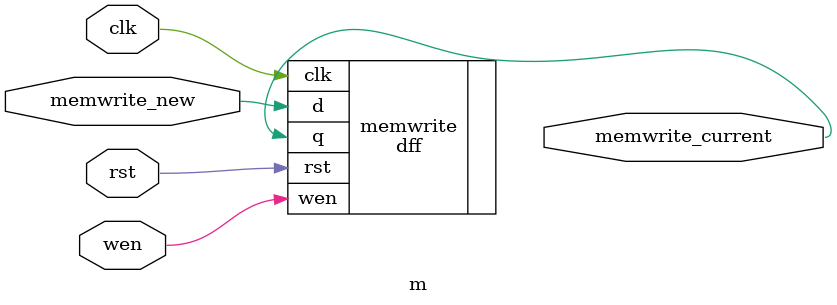
<source format=v>
module m(
	input memwrite_new,
	input clk,
	input rst,
	input wen,
	output memwrite_current
);

dff memwrite(
	.d(memwrite_new),
	.q(memwrite_current),
	.clk(clk),
	.rst(rst),
	.wen(wen)
);


endmodule
</source>
